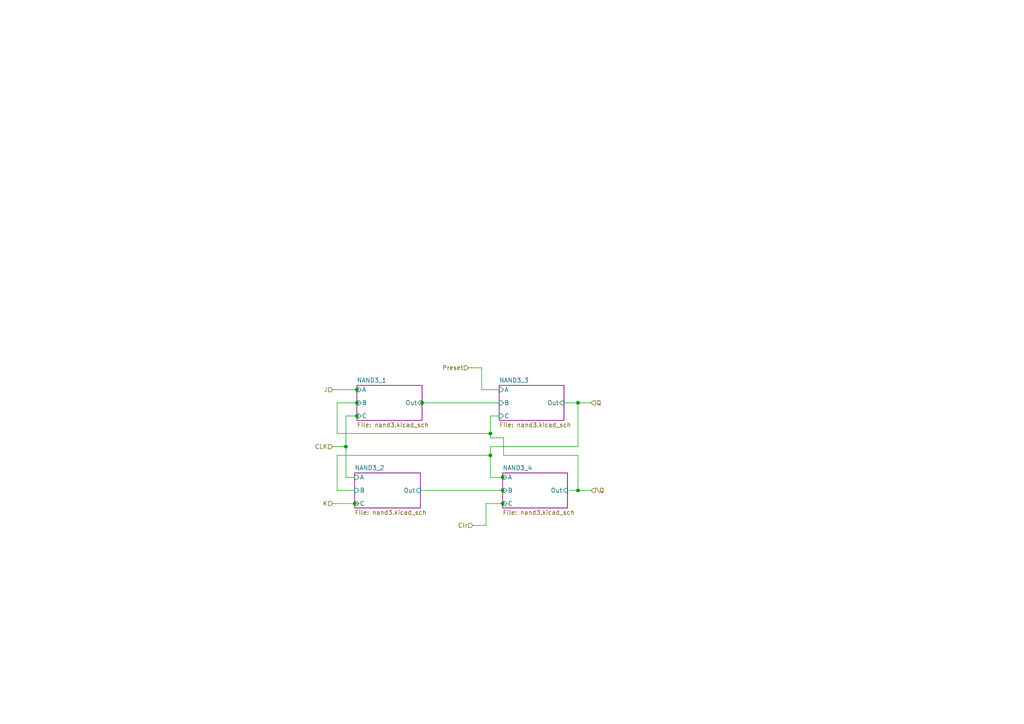
<source format=kicad_sch>
(kicad_sch
	(version 20250114)
	(generator "eeschema")
	(generator_version "9.0")
	(uuid "5247280c-4e8a-4068-8bc7-a4c3d86b177e")
	(paper "A4")
	(lib_symbols)
	(junction
		(at 142.24 125.73)
		(diameter 0)
		(color 0 0 0 0)
		(uuid "0b0287fa-e6cc-43f4-a799-17cc87c93da7")
	)
	(junction
		(at 167.64 142.24)
		(diameter 0)
		(color 0 0 0 0)
		(uuid "1f8b000b-9df5-448d-ba68-39622b051e5a")
	)
	(junction
		(at 103.505 116.84)
		(diameter 0)
		(color 0 0 0 0)
		(uuid "31f3f4cb-f814-4f8e-b747-97fb38f1125c")
	)
	(junction
		(at 142.24 132.08)
		(diameter 0)
		(color 0 0 0 0)
		(uuid "5bd6e92d-7665-4636-a0a0-34a74ea8ae3a")
	)
	(junction
		(at 145.796 142.24)
		(diameter 0)
		(color 0 0 0 0)
		(uuid "6237f989-2cdb-4dab-96b6-837bd593b9a9")
	)
	(junction
		(at 145.796 138.43)
		(diameter 0)
		(color 0 0 0 0)
		(uuid "6cbd96fc-b384-4aaf-b0f2-e8242de71386")
	)
	(junction
		(at 100.33 129.54)
		(diameter 0)
		(color 0 0 0 0)
		(uuid "74a33e6f-e1db-418b-b984-cd0b06272b19")
	)
	(junction
		(at 103.505 120.65)
		(diameter 0)
		(color 0 0 0 0)
		(uuid "8931529f-d25f-4b53-94be-450e927da7b7")
	)
	(junction
		(at 122.428 116.84)
		(diameter 0)
		(color 0 0 0 0)
		(uuid "97994e67-f554-46b2-8101-05dc00c4080a")
	)
	(junction
		(at 145.796 146.05)
		(diameter 0)
		(color 0 0 0 0)
		(uuid "c7a29c8a-18ea-465a-8ca7-849c4ce7e5b9")
	)
	(junction
		(at 167.64 116.84)
		(diameter 0)
		(color 0 0 0 0)
		(uuid "d8b24203-65ef-49ec-bbd1-048f96b97383")
	)
	(junction
		(at 103.505 113.03)
		(diameter 0)
		(color 0 0 0 0)
		(uuid "dac206a5-701a-4175-ab01-ce8368945349")
	)
	(junction
		(at 102.87 146.05)
		(diameter 0)
		(color 0 0 0 0)
		(uuid "ded99a2e-54a7-4270-a994-4b36f8bd4a83")
	)
	(wire
		(pts
			(xy 142.24 120.65) (xy 144.78 120.65)
		)
		(stroke
			(width 0)
			(type default)
		)
		(uuid "11e65df1-0749-4bbd-9ea6-b84f11bdddb9")
	)
	(wire
		(pts
			(xy 103.505 116.84) (xy 104.14 116.84)
		)
		(stroke
			(width 0)
			(type default)
		)
		(uuid "14a19ebb-f6ff-4b7b-aacc-c440f51493ee")
	)
	(wire
		(pts
			(xy 142.24 125.73) (xy 142.24 120.65)
		)
		(stroke
			(width 0)
			(type default)
		)
		(uuid "169a1273-9909-4eb0-8b5d-c0ffc37161f4")
	)
	(wire
		(pts
			(xy 121.92 142.24) (xy 145.796 142.24)
		)
		(stroke
			(width 0)
			(type default)
		)
		(uuid "18911383-7fbb-497f-a370-487a83fee4d3")
	)
	(wire
		(pts
			(xy 146.05 127) (xy 142.24 127)
		)
		(stroke
			(width 0)
			(type default)
		)
		(uuid "20f7f4c6-28de-4e09-a9ed-a5e11a55886c")
	)
	(wire
		(pts
			(xy 167.64 116.84) (xy 171.45 116.84)
		)
		(stroke
			(width 0)
			(type default)
		)
		(uuid "2b107be5-997d-4929-8068-8629de407064")
	)
	(wire
		(pts
			(xy 139.7 106.68) (xy 135.89 106.68)
		)
		(stroke
			(width 0)
			(type default)
		)
		(uuid "31c15e9c-8609-4dc0-93d0-686140e7dde8")
	)
	(wire
		(pts
			(xy 145.796 138.43) (xy 146.05 138.43)
		)
		(stroke
			(width 0)
			(type default)
		)
		(uuid "3923faa3-b13a-448e-b8c9-555f2c4d252c")
	)
	(wire
		(pts
			(xy 103.505 113.03) (xy 104.14 113.03)
		)
		(stroke
			(width 0)
			(type default)
		)
		(uuid "3c761c3a-907b-4df3-aa17-3e30a650aa85")
	)
	(wire
		(pts
			(xy 146.05 132.08) (xy 146.05 127)
		)
		(stroke
			(width 0)
			(type default)
		)
		(uuid "41573986-4f77-4b21-936e-076bbd19d231")
	)
	(wire
		(pts
			(xy 122.428 116.84) (xy 144.78 116.84)
		)
		(stroke
			(width 0)
			(type default)
		)
		(uuid "444f4c06-3079-48c4-abd6-466b2808c086")
	)
	(wire
		(pts
			(xy 96.52 129.54) (xy 100.33 129.54)
		)
		(stroke
			(width 0)
			(type default)
		)
		(uuid "499df7ef-bb07-462b-82f0-bb37c5bd5a5c")
	)
	(wire
		(pts
			(xy 167.64 142.24) (xy 171.45 142.24)
		)
		(stroke
			(width 0)
			(type default)
		)
		(uuid "4e06a39d-149c-4f87-9606-ced36cf3d05b")
	)
	(wire
		(pts
			(xy 167.64 132.08) (xy 146.05 132.08)
		)
		(stroke
			(width 0)
			(type default)
		)
		(uuid "4ec759ba-19d7-4030-bd46-97792d4b895b")
	)
	(wire
		(pts
			(xy 97.79 116.84) (xy 103.505 116.84)
		)
		(stroke
			(width 0)
			(type default)
		)
		(uuid "4fdb7306-ae09-49f5-9245-803b0f6ecef0")
	)
	(wire
		(pts
			(xy 167.64 129.54) (xy 142.24 129.54)
		)
		(stroke
			(width 0)
			(type default)
		)
		(uuid "505f3902-c760-41e2-a240-b94f7bebff2a")
	)
	(wire
		(pts
			(xy 142.24 127) (xy 142.24 125.73)
		)
		(stroke
			(width 0)
			(type default)
		)
		(uuid "5293d1ee-8070-4f8a-aac3-c5a9c8fcdeb2")
	)
	(wire
		(pts
			(xy 142.24 138.43) (xy 145.796 138.43)
		)
		(stroke
			(width 0)
			(type default)
		)
		(uuid "5b135a4f-dc9e-4197-abd4-bd5483e00410")
	)
	(wire
		(pts
			(xy 144.78 113.03) (xy 139.7 113.03)
		)
		(stroke
			(width 0)
			(type default)
		)
		(uuid "5cb149b9-485e-4862-9bc5-75b2eea7686b")
	)
	(wire
		(pts
			(xy 100.33 138.43) (xy 100.33 129.54)
		)
		(stroke
			(width 0)
			(type default)
		)
		(uuid "61ded961-e1d8-4e3d-9715-98d649ba70a4")
	)
	(wire
		(pts
			(xy 121.92 116.84) (xy 122.428 116.84)
		)
		(stroke
			(width 0)
			(type default)
		)
		(uuid "70ba0a7f-246d-4476-8f20-a062466eeaab")
	)
	(wire
		(pts
			(xy 103.505 120.65) (xy 104.14 120.65)
		)
		(stroke
			(width 0)
			(type default)
		)
		(uuid "73154061-b49c-4b7b-982d-ab583042f784")
	)
	(wire
		(pts
			(xy 97.79 132.08) (xy 142.24 132.08)
		)
		(stroke
			(width 0)
			(type default)
		)
		(uuid "74abb910-3ff8-4cf2-9f85-90f218d34a71")
	)
	(wire
		(pts
			(xy 140.97 146.05) (xy 145.796 146.05)
		)
		(stroke
			(width 0)
			(type default)
		)
		(uuid "7769b11a-e45b-48ec-a8cb-b939d5a34cce")
	)
	(wire
		(pts
			(xy 100.33 120.65) (xy 103.505 120.65)
		)
		(stroke
			(width 0)
			(type default)
		)
		(uuid "77b8e5a2-cd36-4aaa-a5f4-8107574944f0")
	)
	(wire
		(pts
			(xy 97.79 116.84) (xy 97.79 125.73)
		)
		(stroke
			(width 0)
			(type default)
		)
		(uuid "7dc2275b-4e08-480e-9958-3cf95de73e27")
	)
	(wire
		(pts
			(xy 139.7 113.03) (xy 139.7 106.68)
		)
		(stroke
			(width 0)
			(type default)
		)
		(uuid "81f56910-598a-49f7-bcd1-f27be328aa76")
	)
	(wire
		(pts
			(xy 163.83 116.84) (xy 167.64 116.84)
		)
		(stroke
			(width 0)
			(type default)
		)
		(uuid "9b75528c-c780-4651-8fd5-569875a6754d")
	)
	(wire
		(pts
			(xy 97.79 125.73) (xy 142.24 125.73)
		)
		(stroke
			(width 0)
			(type default)
		)
		(uuid "9d581260-d9d8-4162-821e-aeb005dc03db")
	)
	(wire
		(pts
			(xy 142.24 132.08) (xy 142.24 138.43)
		)
		(stroke
			(width 0)
			(type default)
		)
		(uuid "ab874400-096a-4462-81d2-1732f55e8e87")
	)
	(wire
		(pts
			(xy 97.79 142.24) (xy 97.79 132.08)
		)
		(stroke
			(width 0)
			(type default)
		)
		(uuid "b1105a6b-f994-4706-830a-69a9bd0a5eda")
	)
	(wire
		(pts
			(xy 142.24 129.54) (xy 142.24 132.08)
		)
		(stroke
			(width 0)
			(type default)
		)
		(uuid "b462a63e-2e29-4a00-9bfb-eacdf9deec09")
	)
	(wire
		(pts
			(xy 145.796 146.05) (xy 146.05 146.05)
		)
		(stroke
			(width 0)
			(type default)
		)
		(uuid "bb42b759-5c8d-4fc9-9268-26c1b28210dc")
	)
	(wire
		(pts
			(xy 96.52 146.05) (xy 102.87 146.05)
		)
		(stroke
			(width 0)
			(type default)
		)
		(uuid "bda8aae0-22b2-4d15-a2af-ac8fb4e06461")
	)
	(wire
		(pts
			(xy 140.97 152.4) (xy 140.97 146.05)
		)
		(stroke
			(width 0)
			(type default)
		)
		(uuid "c7871ccc-af78-4e3c-8a96-cc07315c16b9")
	)
	(wire
		(pts
			(xy 96.52 113.03) (xy 103.505 113.03)
		)
		(stroke
			(width 0)
			(type default)
		)
		(uuid "cf1a813b-0f47-4bc1-8be0-d98bad9117af")
	)
	(wire
		(pts
			(xy 137.16 152.4) (xy 140.97 152.4)
		)
		(stroke
			(width 0)
			(type default)
		)
		(uuid "d688fdd1-1433-42bd-8a9e-6abeb3707aeb")
	)
	(wire
		(pts
			(xy 102.87 146.05) (xy 104.14 146.05)
		)
		(stroke
			(width 0)
			(type default)
		)
		(uuid "db3b4d7e-167c-4b73-9185-b06f54d68559")
	)
	(wire
		(pts
			(xy 102.87 138.43) (xy 100.33 138.43)
		)
		(stroke
			(width 0)
			(type default)
		)
		(uuid "ddd65864-da27-489d-a86a-18de6bf25c7a")
	)
	(wire
		(pts
			(xy 102.87 142.24) (xy 97.79 142.24)
		)
		(stroke
			(width 0)
			(type default)
		)
		(uuid "df8fb2e0-dd2e-4fd2-aa2b-a7aae914c254")
	)
	(wire
		(pts
			(xy 167.64 142.24) (xy 167.64 132.08)
		)
		(stroke
			(width 0)
			(type default)
		)
		(uuid "e36388c3-d11c-4330-b5a8-76bc10a04774")
	)
	(wire
		(pts
			(xy 165.1 142.24) (xy 167.64 142.24)
		)
		(stroke
			(width 0)
			(type default)
		)
		(uuid "e7d308f8-7ce2-4838-a40c-5793b09b0c83")
	)
	(wire
		(pts
			(xy 145.796 142.24) (xy 146.05 142.24)
		)
		(stroke
			(width 0)
			(type default)
		)
		(uuid "f387b2c5-3371-405a-9ae5-9d6ad2c73055")
	)
	(wire
		(pts
			(xy 167.64 116.84) (xy 167.64 129.54)
		)
		(stroke
			(width 0)
			(type default)
		)
		(uuid "f7790c7d-ebc0-42ca-bda1-edd6e5392d96")
	)
	(wire
		(pts
			(xy 100.33 129.54) (xy 100.33 120.65)
		)
		(stroke
			(width 0)
			(type default)
		)
		(uuid "f9f35777-5818-4cf4-808f-cc26bf64addb")
	)
	(hierarchical_label "Preset"
		(shape input)
		(at 135.89 106.68 180)
		(effects
			(font
				(size 1.27 1.27)
			)
			(justify right)
		)
		(uuid "04d01330-24db-404e-aeaf-539b301f671d")
	)
	(hierarchical_label "Q"
		(shape input)
		(at 171.45 116.84 0)
		(effects
			(font
				(size 1.27 1.27)
			)
			(justify left)
		)
		(uuid "08826fad-3806-433e-baf4-eed69f11de39")
	)
	(hierarchical_label "\\Q"
		(shape input)
		(at 171.45 142.24 0)
		(effects
			(font
				(size 1.27 1.27)
			)
			(justify left)
		)
		(uuid "23621c09-2236-431f-9d4b-be83ab2a6895")
	)
	(hierarchical_label "Clr"
		(shape input)
		(at 137.16 152.4 180)
		(effects
			(font
				(size 1.27 1.27)
			)
			(justify right)
		)
		(uuid "2a79c98e-8b9f-44d6-9f43-8e55c647d876")
	)
	(hierarchical_label "K"
		(shape input)
		(at 96.52 146.05 180)
		(effects
			(font
				(size 1.27 1.27)
			)
			(justify right)
		)
		(uuid "2aba2ff1-d9be-46c4-b1c5-d4d2ffa508f6")
	)
	(hierarchical_label "J"
		(shape input)
		(at 96.52 113.03 180)
		(effects
			(font
				(size 1.27 1.27)
			)
			(justify right)
		)
		(uuid "bf511229-2099-405f-83b7-bb837bb23955")
	)
	(hierarchical_label "CLK"
		(shape input)
		(at 96.52 129.54 180)
		(effects
			(font
				(size 1.27 1.27)
			)
			(justify right)
		)
		(uuid "e66f5ed8-3a2f-4dcb-a2b0-46c221ca9c0b")
	)
	(sheet
		(at 145.796 137.16)
		(size 18.796 10.16)
		(exclude_from_sim no)
		(in_bom yes)
		(on_board yes)
		(dnp no)
		(fields_autoplaced yes)
		(stroke
			(width 0.1524)
			(type solid)
			(color 132 0 132 1)
		)
		(fill
			(color 255 255 255 0.0000)
		)
		(uuid "0aebd10f-1986-4b5b-8f35-f855639619df")
		(property "Sheetname" "NAND3_4"
			(at 145.796 136.4484 0)
			(effects
				(font
					(size 1.27 1.27)
				)
				(justify left bottom)
			)
		)
		(property "Sheetfile" "nand3.kicad_sch"
			(at 145.796 147.9046 0)
			(effects
				(font
					(size 1.27 1.27)
				)
				(justify left top)
			)
		)
		(pin "A" input
			(at 145.796 138.43 180)
			(uuid "cbb8b6ba-7bcc-401f-b3df-ad841269247c")
			(effects
				(font
					(size 1.27 1.27)
				)
				(justify left)
			)
		)
		(pin "B" input
			(at 145.796 142.24 180)
			(uuid "d9e27730-6d30-4f6e-901b-7a1b5d616927")
			(effects
				(font
					(size 1.27 1.27)
				)
				(justify left)
			)
		)
		(pin "C" input
			(at 145.796 146.05 180)
			(uuid "96f3c2bf-5f5e-49dd-a9de-124b3c01c0ab")
			(effects
				(font
					(size 1.27 1.27)
				)
				(justify left)
			)
		)
		(pin "Out" input
			(at 164.592 142.24 0)
			(uuid "5882ee58-2892-43a1-a9d5-34b8c01fb88d")
			(effects
				(font
					(size 1.27 1.27)
				)
				(justify right)
			)
		)
		(instances
			(project "transistor-clock"
				(path "/ce10d5bc-995e-4952-aa76-0a08f713a0f2/2c36a9e9-de42-4705-9ad4-94f4cc168e2f/230aee3b-3cdc-400c-8fed-9199df89dadd/6b6939a5-39c1-431e-877c-946ab8d1637f"
					(page "58")
				)
				(path "/ce10d5bc-995e-4952-aa76-0a08f713a0f2/2c36a9e9-de42-4705-9ad4-94f4cc168e2f/230aee3b-3cdc-400c-8fed-9199df89dadd/c9c3bf9c-d99e-4656-a622-c644cc31192b"
					(page "65")
				)
				(path "/ce10d5bc-995e-4952-aa76-0a08f713a0f2/2c36a9e9-de42-4705-9ad4-94f4cc168e2f/230aee3b-3cdc-400c-8fed-9199df89dadd/ca8da155-9d85-4503-842b-c7578b7097d0"
					(page "120")
				)
				(path "/ce10d5bc-995e-4952-aa76-0a08f713a0f2/2c36a9e9-de42-4705-9ad4-94f4cc168e2f/230aee3b-3cdc-400c-8fed-9199df89dadd/5e4c1c8f-42c9-4b38-b237-9e123928a27f"
					(page "126")
				)
				(path "/ce10d5bc-995e-4952-aa76-0a08f713a0f2/2c36a9e9-de42-4705-9ad4-94f4cc168e2f/e5d5ceff-c3df-4aeb-b3ac-c735ee65b6d1/c1056dea-7aef-4c6e-a382-cbfe98da1a27"
					(page "143")
				)
				(path "/ce10d5bc-995e-4952-aa76-0a08f713a0f2/2c36a9e9-de42-4705-9ad4-94f4cc168e2f/e5d5ceff-c3df-4aeb-b3ac-c735ee65b6d1/c939f1bd-3ede-41c2-9e1e-e98a22b0b9e3"
					(page "148")
				)
				(path "/ce10d5bc-995e-4952-aa76-0a08f713a0f2/2c36a9e9-de42-4705-9ad4-94f4cc168e2f/6fa12e35-b957-4335-be8e-d0857c2dd0bf/6b6939a5-39c1-431e-877c-946ab8d1637f"
					(page "154")
				)
				(path "/ce10d5bc-995e-4952-aa76-0a08f713a0f2/2c36a9e9-de42-4705-9ad4-94f4cc168e2f/6fa12e35-b957-4335-be8e-d0857c2dd0bf/c9c3bf9c-d99e-4656-a622-c644cc31192b"
					(page "159")
				)
				(path "/ce10d5bc-995e-4952-aa76-0a08f713a0f2/2c36a9e9-de42-4705-9ad4-94f4cc168e2f/6fa12e35-b957-4335-be8e-d0857c2dd0bf/ca8da155-9d85-4503-842b-c7578b7097d0"
					(page "164")
				)
				(path "/ce10d5bc-995e-4952-aa76-0a08f713a0f2/2c36a9e9-de42-4705-9ad4-94f4cc168e2f/6fa12e35-b957-4335-be8e-d0857c2dd0bf/5e4c1c8f-42c9-4b38-b237-9e123928a27f"
					(page "169")
				)
				(path "/ce10d5bc-995e-4952-aa76-0a08f713a0f2/2c36a9e9-de42-4705-9ad4-94f4cc168e2f/6e22859f-9bca-4d3f-9901-b092abdf20a9/d9451556-4d48-4887-8ba4-bc8d3d8d4af6"
					(page "177")
				)
				(path "/ce10d5bc-995e-4952-aa76-0a08f713a0f2/2c36a9e9-de42-4705-9ad4-94f4cc168e2f/6e22859f-9bca-4d3f-9901-b092abdf20a9/efe366c3-83cf-4a96-9817-7483ca035e84"
					(page "183")
				)
				(path "/ce10d5bc-995e-4952-aa76-0a08f713a0f2/2c36a9e9-de42-4705-9ad4-94f4cc168e2f/6e22859f-9bca-4d3f-9901-b092abdf20a9/e78e492f-89ca-46c8-99ce-a0575e4ef576"
					(page "212")
				)
				(path "/ce10d5bc-995e-4952-aa76-0a08f713a0f2/2c36a9e9-de42-4705-9ad4-94f4cc168e2f/213ead95-e2da-4b6f-a756-d929eb6dfb1c/6b6939a5-39c1-431e-877c-946ab8d1637f"
					(page "218")
				)
				(path "/ce10d5bc-995e-4952-aa76-0a08f713a0f2/2c36a9e9-de42-4705-9ad4-94f4cc168e2f/213ead95-e2da-4b6f-a756-d929eb6dfb1c/c9c3bf9c-d99e-4656-a622-c644cc31192b"
					(page "223")
				)
				(path "/ce10d5bc-995e-4952-aa76-0a08f713a0f2/2c36a9e9-de42-4705-9ad4-94f4cc168e2f/213ead95-e2da-4b6f-a756-d929eb6dfb1c/ca8da155-9d85-4503-842b-c7578b7097d0"
					(page "229")
				)
				(path "/ce10d5bc-995e-4952-aa76-0a08f713a0f2/2c36a9e9-de42-4705-9ad4-94f4cc168e2f/213ead95-e2da-4b6f-a756-d929eb6dfb1c/5e4c1c8f-42c9-4b38-b237-9e123928a27f"
					(page "234")
				)
				(path "/ce10d5bc-995e-4952-aa76-0a08f713a0f2/2c36a9e9-de42-4705-9ad4-94f4cc168e2f/45f6b4b3-4b31-405d-8488-938c33278b8a/d9451556-4d48-4887-8ba4-bc8d3d8d4af6"
					(page "242")
				)
				(path "/ce10d5bc-995e-4952-aa76-0a08f713a0f2/2c36a9e9-de42-4705-9ad4-94f4cc168e2f/45f6b4b3-4b31-405d-8488-938c33278b8a/efe366c3-83cf-4a96-9817-7483ca035e84"
					(page "247")
				)
				(path "/ce10d5bc-995e-4952-aa76-0a08f713a0f2/2c36a9e9-de42-4705-9ad4-94f4cc168e2f/45f6b4b3-4b31-405d-8488-938c33278b8a/e78e492f-89ca-46c8-99ce-a0575e4ef576"
					(page "252")
				)
			)
		)
	)
	(sheet
		(at 144.78 111.76)
		(size 18.796 10.16)
		(exclude_from_sim no)
		(in_bom yes)
		(on_board yes)
		(dnp no)
		(fields_autoplaced yes)
		(stroke
			(width 0.1524)
			(type solid)
			(color 132 0 132 1)
		)
		(fill
			(color 255 255 255 0.0000)
		)
		(uuid "5d4d4e0d-f7a4-4175-8e4d-c504c763d69c")
		(property "Sheetname" "NAND3_3"
			(at 144.78 111.0484 0)
			(effects
				(font
					(size 1.27 1.27)
				)
				(justify left bottom)
			)
		)
		(property "Sheetfile" "nand3.kicad_sch"
			(at 144.78 122.5046 0)
			(effects
				(font
					(size 1.27 1.27)
				)
				(justify left top)
			)
		)
		(pin "A" input
			(at 144.78 113.03 180)
			(uuid "a203683d-92f3-49dc-a733-1cc53af4a02e")
			(effects
				(font
					(size 1.27 1.27)
				)
				(justify left)
			)
		)
		(pin "B" input
			(at 144.78 116.84 180)
			(uuid "2d7a5ee5-111d-4703-8bae-441e5067f8ec")
			(effects
				(font
					(size 1.27 1.27)
				)
				(justify left)
			)
		)
		(pin "C" input
			(at 144.78 120.65 180)
			(uuid "d0a152dc-7236-46cb-aeee-690f40fc8e65")
			(effects
				(font
					(size 1.27 1.27)
				)
				(justify left)
			)
		)
		(pin "Out" input
			(at 163.576 116.84 0)
			(uuid "e910b250-6b86-41cc-8def-60dfa84b12e9")
			(effects
				(font
					(size 1.27 1.27)
				)
				(justify right)
			)
		)
		(instances
			(project "transistor-clock"
				(path "/ce10d5bc-995e-4952-aa76-0a08f713a0f2/2c36a9e9-de42-4705-9ad4-94f4cc168e2f/230aee3b-3cdc-400c-8fed-9199df89dadd/6b6939a5-39c1-431e-877c-946ab8d1637f"
					(page "57")
				)
				(path "/ce10d5bc-995e-4952-aa76-0a08f713a0f2/2c36a9e9-de42-4705-9ad4-94f4cc168e2f/230aee3b-3cdc-400c-8fed-9199df89dadd/c9c3bf9c-d99e-4656-a622-c644cc31192b"
					(page "63")
				)
				(path "/ce10d5bc-995e-4952-aa76-0a08f713a0f2/2c36a9e9-de42-4705-9ad4-94f4cc168e2f/230aee3b-3cdc-400c-8fed-9199df89dadd/ca8da155-9d85-4503-842b-c7578b7097d0"
					(page "119")
				)
				(path "/ce10d5bc-995e-4952-aa76-0a08f713a0f2/2c36a9e9-de42-4705-9ad4-94f4cc168e2f/230aee3b-3cdc-400c-8fed-9199df89dadd/5e4c1c8f-42c9-4b38-b237-9e123928a27f"
					(page "125")
				)
				(path "/ce10d5bc-995e-4952-aa76-0a08f713a0f2/2c36a9e9-de42-4705-9ad4-94f4cc168e2f/e5d5ceff-c3df-4aeb-b3ac-c735ee65b6d1/c1056dea-7aef-4c6e-a382-cbfe98da1a27"
					(page "142")
				)
				(path "/ce10d5bc-995e-4952-aa76-0a08f713a0f2/2c36a9e9-de42-4705-9ad4-94f4cc168e2f/e5d5ceff-c3df-4aeb-b3ac-c735ee65b6d1/c939f1bd-3ede-41c2-9e1e-e98a22b0b9e3"
					(page "147")
				)
				(path "/ce10d5bc-995e-4952-aa76-0a08f713a0f2/2c36a9e9-de42-4705-9ad4-94f4cc168e2f/6fa12e35-b957-4335-be8e-d0857c2dd0bf/6b6939a5-39c1-431e-877c-946ab8d1637f"
					(page "153")
				)
				(path "/ce10d5bc-995e-4952-aa76-0a08f713a0f2/2c36a9e9-de42-4705-9ad4-94f4cc168e2f/6fa12e35-b957-4335-be8e-d0857c2dd0bf/c9c3bf9c-d99e-4656-a622-c644cc31192b"
					(page "158")
				)
				(path "/ce10d5bc-995e-4952-aa76-0a08f713a0f2/2c36a9e9-de42-4705-9ad4-94f4cc168e2f/6fa12e35-b957-4335-be8e-d0857c2dd0bf/ca8da155-9d85-4503-842b-c7578b7097d0"
					(page "163")
				)
				(path "/ce10d5bc-995e-4952-aa76-0a08f713a0f2/2c36a9e9-de42-4705-9ad4-94f4cc168e2f/6fa12e35-b957-4335-be8e-d0857c2dd0bf/5e4c1c8f-42c9-4b38-b237-9e123928a27f"
					(page "168")
				)
				(path "/ce10d5bc-995e-4952-aa76-0a08f713a0f2/2c36a9e9-de42-4705-9ad4-94f4cc168e2f/6e22859f-9bca-4d3f-9901-b092abdf20a9/d9451556-4d48-4887-8ba4-bc8d3d8d4af6"
					(page "176")
				)
				(path "/ce10d5bc-995e-4952-aa76-0a08f713a0f2/2c36a9e9-de42-4705-9ad4-94f4cc168e2f/6e22859f-9bca-4d3f-9901-b092abdf20a9/efe366c3-83cf-4a96-9817-7483ca035e84"
					(page "182")
				)
				(path "/ce10d5bc-995e-4952-aa76-0a08f713a0f2/2c36a9e9-de42-4705-9ad4-94f4cc168e2f/6e22859f-9bca-4d3f-9901-b092abdf20a9/e78e492f-89ca-46c8-99ce-a0575e4ef576"
					(page "211")
				)
				(path "/ce10d5bc-995e-4952-aa76-0a08f713a0f2/2c36a9e9-de42-4705-9ad4-94f4cc168e2f/213ead95-e2da-4b6f-a756-d929eb6dfb1c/6b6939a5-39c1-431e-877c-946ab8d1637f"
					(page "217")
				)
				(path "/ce10d5bc-995e-4952-aa76-0a08f713a0f2/2c36a9e9-de42-4705-9ad4-94f4cc168e2f/213ead95-e2da-4b6f-a756-d929eb6dfb1c/c9c3bf9c-d99e-4656-a622-c644cc31192b"
					(page "222")
				)
				(path "/ce10d5bc-995e-4952-aa76-0a08f713a0f2/2c36a9e9-de42-4705-9ad4-94f4cc168e2f/213ead95-e2da-4b6f-a756-d929eb6dfb1c/ca8da155-9d85-4503-842b-c7578b7097d0"
					(page "228")
				)
				(path "/ce10d5bc-995e-4952-aa76-0a08f713a0f2/2c36a9e9-de42-4705-9ad4-94f4cc168e2f/213ead95-e2da-4b6f-a756-d929eb6dfb1c/5e4c1c8f-42c9-4b38-b237-9e123928a27f"
					(page "233")
				)
				(path "/ce10d5bc-995e-4952-aa76-0a08f713a0f2/2c36a9e9-de42-4705-9ad4-94f4cc168e2f/45f6b4b3-4b31-405d-8488-938c33278b8a/d9451556-4d48-4887-8ba4-bc8d3d8d4af6"
					(page "241")
				)
				(path "/ce10d5bc-995e-4952-aa76-0a08f713a0f2/2c36a9e9-de42-4705-9ad4-94f4cc168e2f/45f6b4b3-4b31-405d-8488-938c33278b8a/efe366c3-83cf-4a96-9817-7483ca035e84"
					(page "246")
				)
				(path "/ce10d5bc-995e-4952-aa76-0a08f713a0f2/2c36a9e9-de42-4705-9ad4-94f4cc168e2f/45f6b4b3-4b31-405d-8488-938c33278b8a/e78e492f-89ca-46c8-99ce-a0575e4ef576"
					(page "251")
				)
			)
		)
	)
	(sheet
		(at 103.505 111.76)
		(size 18.923 10.16)
		(exclude_from_sim no)
		(in_bom yes)
		(on_board yes)
		(dnp no)
		(fields_autoplaced yes)
		(stroke
			(width 0.1524)
			(type solid)
			(color 132 0 132 1)
		)
		(fill
			(color 255 255 255 0.0000)
		)
		(uuid "5df6a7cb-c769-42a3-8a4d-3e7efb16015b")
		(property "Sheetname" "NAND3_1"
			(at 103.505 111.0484 0)
			(effects
				(font
					(size 1.27 1.27)
				)
				(justify left bottom)
			)
		)
		(property "Sheetfile" "nand3.kicad_sch"
			(at 103.505 122.5046 0)
			(effects
				(font
					(size 1.27 1.27)
				)
				(justify left top)
			)
		)
		(pin "A" input
			(at 103.505 113.03 180)
			(uuid "7cba8554-12ea-477a-a393-dfd197cf7a9f")
			(effects
				(font
					(size 1.27 1.27)
				)
				(justify left)
			)
		)
		(pin "B" input
			(at 103.505 116.84 180)
			(uuid "7e735f87-b4b9-47ef-a7a4-540386073097")
			(effects
				(font
					(size 1.27 1.27)
				)
				(justify left)
			)
		)
		(pin "C" input
			(at 103.505 120.65 180)
			(uuid "48fbc891-c2a4-43ec-92da-66a038ac4771")
			(effects
				(font
					(size 1.27 1.27)
				)
				(justify left)
			)
		)
		(pin "Out" input
			(at 122.428 116.84 0)
			(uuid "efdf205e-7a0a-4083-b257-0c7152a57f24")
			(effects
				(font
					(size 1.27 1.27)
				)
				(justify right)
			)
		)
		(instances
			(project "transistor-clock"
				(path "/ce10d5bc-995e-4952-aa76-0a08f713a0f2/2c36a9e9-de42-4705-9ad4-94f4cc168e2f/230aee3b-3cdc-400c-8fed-9199df89dadd/6b6939a5-39c1-431e-877c-946ab8d1637f"
					(page "60")
				)
				(path "/ce10d5bc-995e-4952-aa76-0a08f713a0f2/2c36a9e9-de42-4705-9ad4-94f4cc168e2f/230aee3b-3cdc-400c-8fed-9199df89dadd/c9c3bf9c-d99e-4656-a622-c644cc31192b"
					(page "66")
				)
				(path "/ce10d5bc-995e-4952-aa76-0a08f713a0f2/2c36a9e9-de42-4705-9ad4-94f4cc168e2f/230aee3b-3cdc-400c-8fed-9199df89dadd/ca8da155-9d85-4503-842b-c7578b7097d0"
					(page "121")
				)
				(path "/ce10d5bc-995e-4952-aa76-0a08f713a0f2/2c36a9e9-de42-4705-9ad4-94f4cc168e2f/230aee3b-3cdc-400c-8fed-9199df89dadd/5e4c1c8f-42c9-4b38-b237-9e123928a27f"
					(page "127")
				)
				(path "/ce10d5bc-995e-4952-aa76-0a08f713a0f2/2c36a9e9-de42-4705-9ad4-94f4cc168e2f/e5d5ceff-c3df-4aeb-b3ac-c735ee65b6d1/c1056dea-7aef-4c6e-a382-cbfe98da1a27"
					(page "144")
				)
				(path "/ce10d5bc-995e-4952-aa76-0a08f713a0f2/2c36a9e9-de42-4705-9ad4-94f4cc168e2f/e5d5ceff-c3df-4aeb-b3ac-c735ee65b6d1/c939f1bd-3ede-41c2-9e1e-e98a22b0b9e3"
					(page "149")
				)
				(path "/ce10d5bc-995e-4952-aa76-0a08f713a0f2/2c36a9e9-de42-4705-9ad4-94f4cc168e2f/6fa12e35-b957-4335-be8e-d0857c2dd0bf/6b6939a5-39c1-431e-877c-946ab8d1637f"
					(page "155")
				)
				(path "/ce10d5bc-995e-4952-aa76-0a08f713a0f2/2c36a9e9-de42-4705-9ad4-94f4cc168e2f/6fa12e35-b957-4335-be8e-d0857c2dd0bf/c9c3bf9c-d99e-4656-a622-c644cc31192b"
					(page "160")
				)
				(path "/ce10d5bc-995e-4952-aa76-0a08f713a0f2/2c36a9e9-de42-4705-9ad4-94f4cc168e2f/6fa12e35-b957-4335-be8e-d0857c2dd0bf/ca8da155-9d85-4503-842b-c7578b7097d0"
					(page "165")
				)
				(path "/ce10d5bc-995e-4952-aa76-0a08f713a0f2/2c36a9e9-de42-4705-9ad4-94f4cc168e2f/6fa12e35-b957-4335-be8e-d0857c2dd0bf/5e4c1c8f-42c9-4b38-b237-9e123928a27f"
					(page "170")
				)
				(path "/ce10d5bc-995e-4952-aa76-0a08f713a0f2/2c36a9e9-de42-4705-9ad4-94f4cc168e2f/6e22859f-9bca-4d3f-9901-b092abdf20a9/d9451556-4d48-4887-8ba4-bc8d3d8d4af6"
					(page "179")
				)
				(path "/ce10d5bc-995e-4952-aa76-0a08f713a0f2/2c36a9e9-de42-4705-9ad4-94f4cc168e2f/6e22859f-9bca-4d3f-9901-b092abdf20a9/efe366c3-83cf-4a96-9817-7483ca035e84"
					(page "184")
				)
				(path "/ce10d5bc-995e-4952-aa76-0a08f713a0f2/2c36a9e9-de42-4705-9ad4-94f4cc168e2f/6e22859f-9bca-4d3f-9901-b092abdf20a9/e78e492f-89ca-46c8-99ce-a0575e4ef576"
					(page "213")
				)
				(path "/ce10d5bc-995e-4952-aa76-0a08f713a0f2/2c36a9e9-de42-4705-9ad4-94f4cc168e2f/213ead95-e2da-4b6f-a756-d929eb6dfb1c/6b6939a5-39c1-431e-877c-946ab8d1637f"
					(page "219")
				)
				(path "/ce10d5bc-995e-4952-aa76-0a08f713a0f2/2c36a9e9-de42-4705-9ad4-94f4cc168e2f/213ead95-e2da-4b6f-a756-d929eb6dfb1c/c9c3bf9c-d99e-4656-a622-c644cc31192b"
					(page "225")
				)
				(path "/ce10d5bc-995e-4952-aa76-0a08f713a0f2/2c36a9e9-de42-4705-9ad4-94f4cc168e2f/213ead95-e2da-4b6f-a756-d929eb6dfb1c/ca8da155-9d85-4503-842b-c7578b7097d0"
					(page "230")
				)
				(path "/ce10d5bc-995e-4952-aa76-0a08f713a0f2/2c36a9e9-de42-4705-9ad4-94f4cc168e2f/213ead95-e2da-4b6f-a756-d929eb6dfb1c/5e4c1c8f-42c9-4b38-b237-9e123928a27f"
					(page "235")
				)
				(path "/ce10d5bc-995e-4952-aa76-0a08f713a0f2/2c36a9e9-de42-4705-9ad4-94f4cc168e2f/45f6b4b3-4b31-405d-8488-938c33278b8a/d9451556-4d48-4887-8ba4-bc8d3d8d4af6"
					(page "243")
				)
				(path "/ce10d5bc-995e-4952-aa76-0a08f713a0f2/2c36a9e9-de42-4705-9ad4-94f4cc168e2f/45f6b4b3-4b31-405d-8488-938c33278b8a/efe366c3-83cf-4a96-9817-7483ca035e84"
					(page "248")
				)
				(path "/ce10d5bc-995e-4952-aa76-0a08f713a0f2/2c36a9e9-de42-4705-9ad4-94f4cc168e2f/45f6b4b3-4b31-405d-8488-938c33278b8a/e78e492f-89ca-46c8-99ce-a0575e4ef576"
					(page "253")
				)
			)
		)
	)
	(sheet
		(at 102.87 137.16)
		(size 19.05 10.16)
		(exclude_from_sim no)
		(in_bom yes)
		(on_board yes)
		(dnp no)
		(fields_autoplaced yes)
		(stroke
			(width 0.1524)
			(type solid)
			(color 132 0 132 1)
		)
		(fill
			(color 255 255 255 0.0000)
		)
		(uuid "fcdb64c8-afce-45cb-a72c-641c3763f2c2")
		(property "Sheetname" "NAND3_2"
			(at 102.87 136.4484 0)
			(effects
				(font
					(size 1.27 1.27)
				)
				(justify left bottom)
			)
		)
		(property "Sheetfile" "nand3.kicad_sch"
			(at 102.87 147.9046 0)
			(effects
				(font
					(size 1.27 1.27)
				)
				(justify left top)
			)
		)
		(pin "A" input
			(at 102.87 138.43 180)
			(uuid "9fce58ba-df1d-4f00-a4a0-a77f60396e0e")
			(effects
				(font
					(size 1.27 1.27)
				)
				(justify left)
			)
		)
		(pin "B" input
			(at 102.87 142.24 180)
			(uuid "281567c8-7663-43a7-b0d3-c1342502ae46")
			(effects
				(font
					(size 1.27 1.27)
				)
				(justify left)
			)
		)
		(pin "C" input
			(at 102.87 146.05 180)
			(uuid "981509b2-26f4-4d9f-bb66-d9fa0bc8e98f")
			(effects
				(font
					(size 1.27 1.27)
				)
				(justify left)
			)
		)
		(pin "Out" input
			(at 121.92 142.24 0)
			(uuid "053fb2ed-7ad7-410c-b7c4-8dc41a6099bf")
			(effects
				(font
					(size 1.27 1.27)
				)
				(justify right)
			)
		)
		(instances
			(project "transistor-clock"
				(path "/ce10d5bc-995e-4952-aa76-0a08f713a0f2/2c36a9e9-de42-4705-9ad4-94f4cc168e2f/230aee3b-3cdc-400c-8fed-9199df89dadd/6b6939a5-39c1-431e-877c-946ab8d1637f"
					(page "61")
				)
				(path "/ce10d5bc-995e-4952-aa76-0a08f713a0f2/2c36a9e9-de42-4705-9ad4-94f4cc168e2f/230aee3b-3cdc-400c-8fed-9199df89dadd/c9c3bf9c-d99e-4656-a622-c644cc31192b"
					(page "67")
				)
				(path "/ce10d5bc-995e-4952-aa76-0a08f713a0f2/2c36a9e9-de42-4705-9ad4-94f4cc168e2f/230aee3b-3cdc-400c-8fed-9199df89dadd/ca8da155-9d85-4503-842b-c7578b7097d0"
					(page "122")
				)
				(path "/ce10d5bc-995e-4952-aa76-0a08f713a0f2/2c36a9e9-de42-4705-9ad4-94f4cc168e2f/230aee3b-3cdc-400c-8fed-9199df89dadd/5e4c1c8f-42c9-4b38-b237-9e123928a27f"
					(page "135")
				)
				(path "/ce10d5bc-995e-4952-aa76-0a08f713a0f2/2c36a9e9-de42-4705-9ad4-94f4cc168e2f/e5d5ceff-c3df-4aeb-b3ac-c735ee65b6d1/c1056dea-7aef-4c6e-a382-cbfe98da1a27"
					(page "145")
				)
				(path "/ce10d5bc-995e-4952-aa76-0a08f713a0f2/2c36a9e9-de42-4705-9ad4-94f4cc168e2f/e5d5ceff-c3df-4aeb-b3ac-c735ee65b6d1/c939f1bd-3ede-41c2-9e1e-e98a22b0b9e3"
					(page "150")
				)
				(path "/ce10d5bc-995e-4952-aa76-0a08f713a0f2/2c36a9e9-de42-4705-9ad4-94f4cc168e2f/6fa12e35-b957-4335-be8e-d0857c2dd0bf/6b6939a5-39c1-431e-877c-946ab8d1637f"
					(page "156")
				)
				(path "/ce10d5bc-995e-4952-aa76-0a08f713a0f2/2c36a9e9-de42-4705-9ad4-94f4cc168e2f/6fa12e35-b957-4335-be8e-d0857c2dd0bf/c9c3bf9c-d99e-4656-a622-c644cc31192b"
					(page "161")
				)
				(path "/ce10d5bc-995e-4952-aa76-0a08f713a0f2/2c36a9e9-de42-4705-9ad4-94f4cc168e2f/6fa12e35-b957-4335-be8e-d0857c2dd0bf/ca8da155-9d85-4503-842b-c7578b7097d0"
					(page "166")
				)
				(path "/ce10d5bc-995e-4952-aa76-0a08f713a0f2/2c36a9e9-de42-4705-9ad4-94f4cc168e2f/6fa12e35-b957-4335-be8e-d0857c2dd0bf/5e4c1c8f-42c9-4b38-b237-9e123928a27f"
					(page "171")
				)
				(path "/ce10d5bc-995e-4952-aa76-0a08f713a0f2/2c36a9e9-de42-4705-9ad4-94f4cc168e2f/6e22859f-9bca-4d3f-9901-b092abdf20a9/d9451556-4d48-4887-8ba4-bc8d3d8d4af6"
					(page "180")
				)
				(path "/ce10d5bc-995e-4952-aa76-0a08f713a0f2/2c36a9e9-de42-4705-9ad4-94f4cc168e2f/6e22859f-9bca-4d3f-9901-b092abdf20a9/efe366c3-83cf-4a96-9817-7483ca035e84"
					(page "209")
				)
				(path "/ce10d5bc-995e-4952-aa76-0a08f713a0f2/2c36a9e9-de42-4705-9ad4-94f4cc168e2f/6e22859f-9bca-4d3f-9901-b092abdf20a9/e78e492f-89ca-46c8-99ce-a0575e4ef576"
					(page "214")
				)
				(path "/ce10d5bc-995e-4952-aa76-0a08f713a0f2/2c36a9e9-de42-4705-9ad4-94f4cc168e2f/213ead95-e2da-4b6f-a756-d929eb6dfb1c/6b6939a5-39c1-431e-877c-946ab8d1637f"
					(page "220")
				)
				(path "/ce10d5bc-995e-4952-aa76-0a08f713a0f2/2c36a9e9-de42-4705-9ad4-94f4cc168e2f/213ead95-e2da-4b6f-a756-d929eb6dfb1c/c9c3bf9c-d99e-4656-a622-c644cc31192b"
					(page "226")
				)
				(path "/ce10d5bc-995e-4952-aa76-0a08f713a0f2/2c36a9e9-de42-4705-9ad4-94f4cc168e2f/213ead95-e2da-4b6f-a756-d929eb6dfb1c/ca8da155-9d85-4503-842b-c7578b7097d0"
					(page "231")
				)
				(path "/ce10d5bc-995e-4952-aa76-0a08f713a0f2/2c36a9e9-de42-4705-9ad4-94f4cc168e2f/213ead95-e2da-4b6f-a756-d929eb6dfb1c/5e4c1c8f-42c9-4b38-b237-9e123928a27f"
					(page "236")
				)
				(path "/ce10d5bc-995e-4952-aa76-0a08f713a0f2/2c36a9e9-de42-4705-9ad4-94f4cc168e2f/45f6b4b3-4b31-405d-8488-938c33278b8a/d9451556-4d48-4887-8ba4-bc8d3d8d4af6"
					(page "244")
				)
				(path "/ce10d5bc-995e-4952-aa76-0a08f713a0f2/2c36a9e9-de42-4705-9ad4-94f4cc168e2f/45f6b4b3-4b31-405d-8488-938c33278b8a/efe366c3-83cf-4a96-9817-7483ca035e84"
					(page "249")
				)
				(path "/ce10d5bc-995e-4952-aa76-0a08f713a0f2/2c36a9e9-de42-4705-9ad4-94f4cc168e2f/45f6b4b3-4b31-405d-8488-938c33278b8a/e78e492f-89ca-46c8-99ce-a0575e4ef576"
					(page "254")
				)
			)
		)
	)
)

</source>
